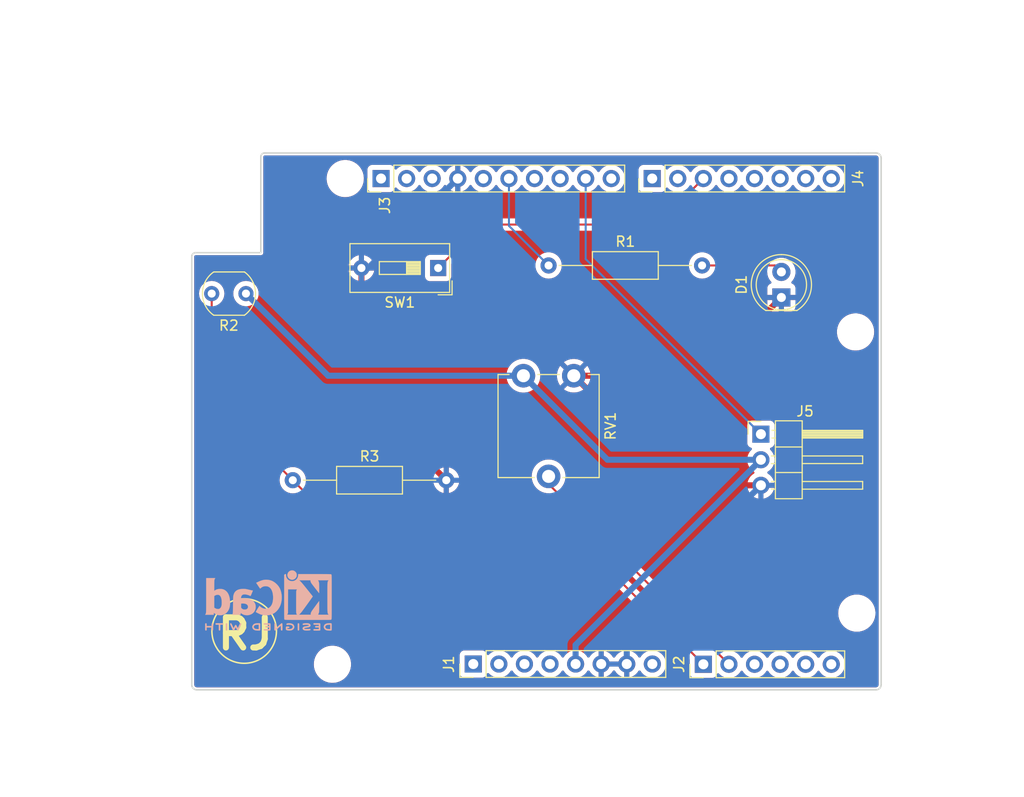
<source format=kicad_pcb>
(kicad_pcb (version 20221018) (generator pcbnew)
  (title_block (date "mar. 31 mars 2015"))
  (layers (0 "F.Cu" signal) (31 "B.Cu" signal) (36 "B.SilkS" user "B.Silkscreen") (37 "F.SilkS" user "F.Silkscreen") (38 "B.Mask" user) (39 "F.Mask" user) (44 "Edge.Cuts" user))
  (net 0 "")
  (net 1 "GND")
  (net 3 "+5V")
  (net 6 "/LDR")
  (net 7 "/POT")
  (net 16 "/LED")
  (net 19 "/Servo")
  (net 23 "/SWITCH")
  (net 26 "+3V3")
  (net 27 "VCC")
  (net 29 "Net-(D1-A)")
  (footprint "Resistor_THT:R_Axial_DIN0207_L6.3mm_D2.5mm_P15.24mm_Horizontal" (layer "F.Cu") (at 110.033 79.299)
    (fp_text reference "R3" (at 7.62 -2.37) (layer "F.SilkS") (effects (font (thickness 0.153))))
    (fp_text value "1K")
    (pad "1" thru_hole circle (at 0 0) (size 1.6 1.6) (drill 0.8) (layers "*.Cu" "*.Mask") (net 6 "/LDR"))
    (pad "2" thru_hole oval (at 15.24 0) (size 1.6 1.6) (drill 0.8) (layers "*.Cu" "*.Mask") (net 1 "GND"))
  )
  (footprint "LED_THT:LED_D5.0mm_Clear" (layer "F.Cu") (at 158.547 61.143 90)
    (fp_text reference "D1" (at 1.27 -3.96 90) (layer "F.SilkS") (effects (font (thickness 0.153))))
    (fp_text value "LED")
    (pad "1" thru_hole rect (at 0 0 90) (size 1.8 1.8) (drill 0.9) (layers "*.Cu" "*.Mask") (net 1 "GND"))
    (pad "2" thru_hole circle (at 2.54 0 90) (size 1.8 1.8) (drill 0.9) (layers "*.Cu" "*.Mask") (net 29 "Net-(D1-A)"))
  )
  (footprint "Connector_PinHeader_2.54mm:PinHeader_1x03_P2.54mm_Horizontal" (layer "F.Cu") (at 156.515 74.727)
    (fp_text reference "J5" (at 4.385 -2.27) (layer "F.SilkS") (effects (font (thickness 0.153))))
    (fp_text value "Conn_M")
    (pad "1" thru_hole rect (at 0 0) (size 1.7 1.7) (drill 1) (layers "*.Cu" "*.Mask") (net 19 "/Servo"))
    (pad "2" thru_hole oval (at 0 2.54) (size 1.7 1.7) (drill 1) (layers "*.Cu" "*.Mask") (net 3 "+5V"))
    (pad "3" thru_hole oval (at 0 5.08) (size 1.7 1.7) (drill 1) (layers "*.Cu" "*.Mask") (net 1 "GND"))
  )
  (footprint "Connector_PinHeader_2.54mm:PinHeader_1x08_P2.54mm_Vertical" (layer "F.Cu") (at 127.955 97.562 90)
    (fp_text reference "J1" (at -0.025 -2.428 90) (layer "F.SilkS") (effects (font (thickness 0.153))))
    (fp_text value "Power")
    (pad "1" thru_hole rect (at 0 0 90) (size 1.7 1.7) (drill 1) (layers "*.Cu" "*.Mask"))
    (pad "2" thru_hole oval (at 0 2.54 90) (size 1.7 1.7) (drill 1) (layers "*.Cu" "*.Mask"))
    (pad "3" thru_hole oval (at 0 5.08 90) (size 1.7 1.7) (drill 1) (layers "*.Cu" "*.Mask"))
    (pad "4" thru_hole oval (at 0 7.62 90) (size 1.7 1.7) (drill 1) (layers "*.Cu" "*.Mask") (net 26 "+3V3"))
    (pad "5" thru_hole oval (at 0 10.16 90) (size 1.7 1.7) (drill 1) (layers "*.Cu" "*.Mask") (net 3 "+5V"))
    (pad "6" thru_hole oval (at 0 12.7 90) (size 1.7 1.7) (drill 1) (layers "*.Cu" "*.Mask") (net 1 "GND"))
    (pad "7" thru_hole oval (at 0 15.24 90) (size 1.7 1.7) (drill 1) (layers "*.Cu" "*.Mask") (net 1 "GND"))
    (pad "8" thru_hole oval (at 0 17.78 90) (size 1.7 1.7) (drill 1) (layers "*.Cu" "*.Mask") (net 27 "VCC"))
  )
  (footprint "Arduino_MountingHole:MountingHole_3.2mm" (layer "F.Cu") (at 166.04 92.507)
    (fp_text reference "MH3" hide)
    (fp_text value "MountingHole_3.2mm" hide)
    (pad "" np_thru_hole circle (at 0 0) (size 3.2 3.2) (drill 3.2) (layers "F&B.Cu" "*.Mask"))
  )
  (footprint "Connector_PinHeader_2.54mm:PinHeader_1x06_P2.54mm_Vertical" (layer "F.Cu") (at 150.8 97.587 90)
    (fp_text reference "J2" (at 0 -2.413 90) (layer "F.SilkS") (effects (font (thickness 0.153))))
    (fp_text value "Analog")
    (pad "1" thru_hole rect (at 0 0 90) (size 1.7 1.7) (drill 1) (layers "*.Cu" "*.Mask") (net 6 "/LDR"))
    (pad "2" thru_hole oval (at 0 2.54 90) (size 1.7 1.7) (drill 1) (layers "*.Cu" "*.Mask") (net 7 "/POT"))
    (pad "3" thru_hole oval (at 0 5.08 90) (size 1.7 1.7) (drill 1) (layers "*.Cu" "*.Mask"))
    (pad "4" thru_hole oval (at 0 7.62 90) (size 1.7 1.7) (drill 1) (layers "*.Cu" "*.Mask"))
    (pad "5" thru_hole oval (at 0 10.16 90) (size 1.7 1.7) (drill 1) (layers "*.Cu" "*.Mask"))
    (pad "6" thru_hole oval (at 0 12.7 90) (size 1.7 1.7) (drill 1) (layers "*.Cu" "*.Mask"))
  )
  (footprint "Button_Switch_THT:SW_DIP_SPSTx01_Slide_9.78x4.72mm_W7.62mm_P2.54mm" (layer "F.Cu") (at 124.4685 58.217 180)
    (fp_text reference "SW1" (at 3.81 -3.42) (layer "F.SilkS") (effects (font (thickness 0.153))))
    (fp_text value "SW_DIP_x01")
    (pad "1" thru_hole rect (at 0 0 180) (size 1.6 1.6) (drill 0.8) (layers "*.Cu" "*.Mask") (net 23 "/SWITCH"))
    (pad "2" thru_hole oval (at 7.62 0 180) (size 1.6 1.6) (drill 0.8) (layers "*.Cu" "*.Mask") (net 1 "GND"))
  )
  (footprint "Resistor_THT:R_Axial_DIN0207_L6.3mm_D2.5mm_P15.24mm_Horizontal" (layer "F.Cu") (at 135.433 57.963)
    (fp_text reference "R1" (at 7.62 -2.37) (layer "F.SilkS") (effects (font (thickness 0.153))))
    (fp_text value "220Ω")
    (pad "1" thru_hole circle (at 0 0) (size 1.6 1.6) (drill 0.8) (layers "*.Cu" "*.Mask") (net 16 "/LED"))
    (pad "2" thru_hole oval (at 15.24 0) (size 1.6 1.6) (drill 0.8) (layers "*.Cu" "*.Mask") (net 29 "Net-(D1-A)"))
  )
  (footprint "Connector_PinHeader_2.54mm:PinHeader_1x10_P2.54mm_Vertical" (layer "F.Cu") (at 118.796 49.327 90)
    (fp_text reference "J3" (at -2.667 0.381 90) (layer "F.SilkS") (effects (font (thickness 0.153))))
    (fp_text value "Digital/PWM")
    (pad "1" thru_hole rect (at 0 0 90) (size 1.7 1.7) (drill 1) (layers "*.Cu" "*.Mask"))
    (pad "2" thru_hole oval (at 0 2.54 90) (size 1.7 1.7) (drill 1) (layers "*.Cu" "*.Mask"))
    (pad "3" thru_hole oval (at 0 5.08 90) (size 1.7 1.7) (drill 1) (layers "*.Cu" "*.Mask"))
    (pad "4" thru_hole oval (at 0 7.62 90) (size 1.7 1.7) (drill 1) (layers "*.Cu" "*.Mask") (net 1 "GND"))
    (pad "5" thru_hole oval (at 0 10.16 90) (size 1.7 1.7) (drill 1) (layers "*.Cu" "*.Mask"))
    (pad "6" thru_hole oval (at 0 12.7 90) (size 1.7 1.7) (drill 1) (layers "*.Cu" "*.Mask") (net 16 "/LED"))
    (pad "7" thru_hole oval (at 0 15.24 90) (size 1.7 1.7) (drill 1) (layers "*.Cu" "*.Mask"))
    (pad "8" thru_hole oval (at 0 17.78 90) (size 1.7 1.7) (drill 1) (layers "*.Cu" "*.Mask"))
    (pad "9" thru_hole oval (at 0 20.32 90) (size 1.7 1.7) (drill 1) (layers "*.Cu" "*.Mask") (net 19 "/Servo"))
    (pad "10" thru_hole oval (at 0 22.86 90) (size 1.7 1.7) (drill 1) (layers "*.Cu" "*.Mask"))
  )
  (footprint "Arduino_MountingHole:MountingHole_3.2mm" (layer "F.Cu") (at 115.24 49.327)
    (fp_text reference "MH1" hide)
    (fp_text value "MountingHole_3.2mm" hide)
    (pad "" np_thru_hole circle (at 0 0) (size 3.2 3.2) (drill 3.2) (layers "*.Cu" "*.Mask"))
  )
  (footprint "OptoDevice:R_LDR_5.1x4.3mm_P3.4mm_Vertical" (layer "F.Cu") (at 105.383 60.757 180)
    (fp_text reference "R2" (at 1.7 -3.175) (layer "F.SilkS") (effects (font (thickness 0.153))))
    (fp_text value "LDR07")
    (pad "1" thru_hole circle (at 0 0 180) (size 1.5 1.5) (drill 0.8) (layers "*.Cu" "*.Mask") (net 3 "+5V"))
    (pad "2" thru_hole circle (at 3.4 0 180) (size 1.5 1.5) (drill 0.8) (layers "*.Cu" "*.Mask") (net 6 "/LDR"))
  )
  (footprint "Potentiometer_THT:Potentiometer_ACP_CA9-V10_Vertical" (layer "F.Cu") (at 132.933 68.918 -90)
    (fp_text reference "RV1" (at 5 -8.65 90) (layer "F.SilkS") (effects (font (thickness 0.153))))
    (fp_text value "Pot")
    (pad "1" thru_hole circle (at 0 0 270) (size 2.34 2.34) (drill 1.3) (layers "*.Cu" "*.Mask") (net 3 "+5V"))
    (pad "2" thru_hole circle (at 10 -2.5 270) (size 2.34 2.34) (drill 1.3) (layers "*.Cu" "*.Mask") (net 7 "/POT"))
    (pad "3" thru_hole circle (at 0 -5 270) (size 2.34 2.34) (drill 1.3) (layers "*.Cu" "*.Mask") (net 1 "GND"))
  )
  (footprint "Connector_PinHeader_2.54mm:PinHeader_1x08_P2.54mm_Vertical" (layer "F.Cu") (at 145.72 49.327 90)
    (fp_text reference "J4" (at 0 20.447 90) (layer "F.SilkS") (effects (font (thickness 0.153))))
    (fp_text value "Digital/PWM")
    (pad "1" thru_hole rect (at 0 0 90) (size 1.7 1.7) (drill 1) (layers "*.Cu" "*.Mask"))
    (pad "2" thru_hole oval (at 0 2.54 90) (size 1.7 1.7) (drill 1) (layers "*.Cu" "*.Mask"))
    (pad "3" thru_hole oval (at 0 5.08 90) (size 1.7 1.7) (drill 1) (layers "*.Cu" "*.Mask") (net 23 "/SWITCH"))
    (pad "4" thru_hole oval (at 0 7.62 90) (size 1.7 1.7) (drill 1) (layers "*.Cu" "*.Mask"))
    (pad "5" thru_hole oval (at 0 10.16 90) (size 1.7 1.7) (drill 1) (layers "*.Cu" "*.Mask"))
    (pad "6" thru_hole oval (at 0 12.7 90) (size 1.7 1.7) (drill 1) (layers "*.Cu" "*.Mask"))
    (pad "7" thru_hole oval (at 0 15.24 90) (size 1.7 1.7) (drill 1) (layers "*.Cu" "*.Mask"))
    (pad "8" thru_hole oval (at 0 17.78 90) (size 1.7 1.7) (drill 1) (layers "*.Cu" "*.Mask"))
  )
  (footprint "Arduino_MountingHole:MountingHole_3.2mm" (layer "F.Cu") (at 113.97 97.587)
    (fp_text reference "MH2" hide)
    (fp_text value "MountingHole_3.2mm" hide)
    (pad "" np_thru_hole circle (at 0 0) (size 3.2 3.2) (drill 3.2) (layers "*.Cu" "*.Mask"))
  )
  (footprint "Arduino_MountingHole:MountingHole_3.2mm" (layer "F.Cu") (at 165.913 64.567)
    (fp_text reference "MH3" hide)
    (fp_text value "MountingHole_3.2mm" hide)
    (pad "" np_thru_hole circle (at 0 0) (size 3.2 3.2) (drill 3.2) (layers "*.Cu" "*.Mask"))
  )
  (footprint "Symbol:KiCad-Logo2_5mm_SilkScreen" (layer "B.Cu") (at 107.62 91.237 180)
    (fp_text reference "REF**" hide)
    (fp_text value "KiCad-Logo2_5mm_SilkScreen" hide)
  )
  (gr_circle (center 105.207 94.285) (end 107.874 92.507) (stroke (width 0.15)) (fill none) (layer "F.SilkS"))
  (gr_line (start 167.945 46.787) (end 166.167 46.787) (stroke (width 0.15)) (layer "Edge.Cuts"))
  (gr_line (start 107.239 46.787) (end 166.167 46.787) (stroke (width 0.15)) (layer "Edge.Cuts"))
  (gr_arc (start 106.858 47.168) (mid 106.969592 46.898592) (end 107.239 46.787) (stroke (width 0.15)) (layer "Edge.Cuts"))
  (gr_line (start 100 57.074) (end 100 99.619) (stroke (width 0.15)) (layer "Edge.Cuts"))
  (gr_line (start 166.04 100.127) (end 167.945 100.127) (stroke (width 0.15)) (layer "Edge.Cuts"))
  (gr_line (start 100.508 100.127) (end 166.04 100.127) (stroke (width 0.15)) (layer "Edge.Cuts"))
  (gr_line (start 168.453 99.619) (end 168.453 47.295) (stroke (width 0.15)) (layer "Edge.Cuts"))
  (gr_arc (start 100 57.074) (mid 100.111592 56.804592) (end 100.381 56.693) (stroke (width 0.15)) (layer "Edge.Cuts"))
  (gr_line (start 106.858 56.693) (end 106.858 47.168) (stroke (width 0.15)) (layer "Edge.Cuts"))
  (gr_line (start 100.381 56.693) (end 106.858 56.693) (stroke (width 0.15)) (layer "Edge.Cuts"))
  (gr_arc (start 168.453 99.619) (mid 168.30421 99.97821) (end 167.945 100.127) (stroke (width 0.15)) (layer "Edge.Cuts"))
  (gr_arc (start 167.945 46.787) (mid 168.30421 46.93579) (end 168.453 47.295) (stroke (width 0.15)) (layer "Edge.Cuts"))
  (gr_arc (start 100.508 100.127) (mid 100.14879 99.97821) (end 100 99.619) (stroke (width 0.15)) (layer "Edge.Cuts"))
  (gr_text "RJ" (at 102.286 96.317) (layer "F.SilkS") (effects (font (size 3 3) (thickness 0.6) bold) (justify left bottom)))
  (segment (start 150.772 68.918) (end 158.547 61.143) (width 0.6) (layer "F.Cu") (net 1))
  (segment (start 116.8485 58.217) (end 116.8485 70.8745) (width 0.6) (layer "F.Cu") (net 1))
  (segment (start 148.822 79.807) (end 137.933 68.918) (width 0.6) (layer "F.Cu") (net 1))
  (segment (start 156.515 79.807) (end 148.822 79.807) (width 0.6) (layer "F.Cu") (net 1))
  (segment (start 137.933 68.918) (end 150.772 68.918) (width 0.6) (layer "F.Cu") (net 1))
  (segment (start 116.8485 70.8745) (end 125.273 79.299) (width 0.6) (layer "F.Cu") (net 1))
  (segment (start 143.195 93.127) (end 156.515 79.807) (width 0.6) (layer "B.Cu") (net 1))
  (segment (start 143.195 97.562) (end 143.195 93.127) (width 0.6) (layer "B.Cu") (net 1))
  (segment (start 117.526 58.217) (end 126.416 49.327) (width 0.6) (layer "B.Cu") (net 1))
  (segment (start 116.8485 58.217) (end 117.526 58.217) (width 0.6) (layer "B.Cu") (net 1))
  (segment (start 138.115 95.667) (end 156.515 77.267) (width 0.6) (layer "B.Cu") (net 3))
  (segment (start 141.282 77.267) (end 132.933 68.918) (width 0.6) (layer "B.Cu") (net 3))
  (segment (start 138.115 97.562) (end 138.115 95.667) (width 0.6) (layer "B.Cu") (net 3))
  (segment (start 113.544 68.918) (end 105.383 60.757) (width 0.6) (layer "B.Cu") (net 3))
  (segment (start 156.515 77.267) (end 141.282 77.267) (width 0.6) (layer "B.Cu") (net 3))
  (segment (start 132.933 68.918) (end 113.544 68.918) (width 0.6) (layer "B.Cu") (net 3))
  (segment (start 118.415 87.681) (end 110.033 79.299) (width 0.2) (layer "F.Cu") (net 6))
  (segment (start 150.8 97.587) (end 140.894 87.681) (width 0.2) (layer "F.Cu") (net 6))
  (segment (start 101.983 71.249) (end 110.033 79.299) (width 0.2) (layer "F.Cu") (net 6))
  (segment (start 140.894 87.681) (end 118.415 87.681) (width 0.2) (layer "F.Cu") (net 6))
  (segment (start 101.983 60.757) (end 101.983 71.249) (width 0.2) (layer "F.Cu") (net 6))
  (segment (start 153.34 97.587) (end 135.433 79.68) (width 0.2) (layer "F.Cu") (net 7))
  (segment (start 135.433 79.68) (end 135.433 78.918) (width 0.2) (layer "F.Cu") (net 7))
  (segment (start 131.496 49.327) (end 131.496 54.026) (width 0.2) (layer "B.Cu") (net 16))
  (segment (start 131.496 54.026) (end 135.433 57.963) (width 0.2) (layer "B.Cu") (net 16))
  (segment (start 139.116 57.328) (end 156.515 74.727) (width 0.2) (layer "B.Cu") (net 19))
  (segment (start 139.116 49.327) (end 139.116 57.328) (width 0.2) (layer "B.Cu") (net 19))
  (segment (start 124.4685 58.217) (end 128.7865 53.899) (width 0.2) (layer "F.Cu") (net 23))
  (segment (start 128.7865 53.899) (end 146.228 53.899) (width 0.2) (layer "F.Cu") (net 23))
  (segment (start 146.228 53.899) (end 150.8 49.327) (width 0.2) (layer "F.Cu") (net 23))
  (segment (start 150.673 57.963) (end 157.907 57.963) (width 0.2) (layer "F.Cu") (net 29))
  (segment (start 157.907 57.963) (end 158.547 58.603) (width 0.2) (layer "F.Cu") (net 29))
  (zone (net 1) (net_name "GND") (layers "F&B.Cu") (connect_pads (clearance 0.508)) (min_thickness 0.25) (fill yes (thermal_gap 0.5) (thermal_bridge_width 0.5))
    (polygon (pts (xy 106.477 45.644) (xy 169.215 46.279) (xy 169.215 100.635) (xy 99.238 100.762) (xy 99.238 55.677) (xy 105.842 55.677) (xy 105.842 45.517) (xy 106.223 45.517)))
  )
)
</source>
